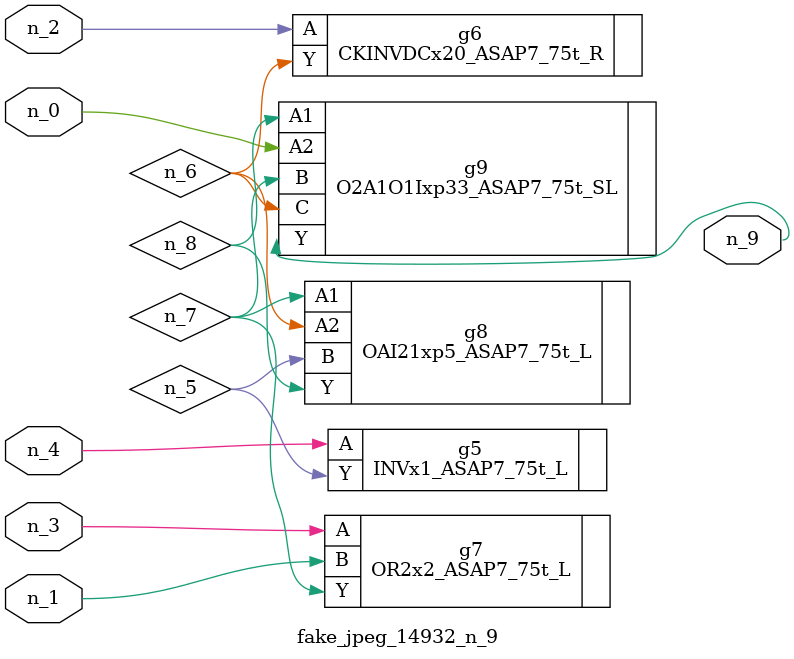
<source format=v>
module fake_jpeg_14932_n_9 (n_3, n_2, n_1, n_0, n_4, n_9);

input n_3;
input n_2;
input n_1;
input n_0;
input n_4;

output n_9;

wire n_8;
wire n_6;
wire n_5;
wire n_7;

INVx1_ASAP7_75t_L g5 ( 
.A(n_4),
.Y(n_5)
);

CKINVDCx20_ASAP7_75t_R g6 ( 
.A(n_2),
.Y(n_6)
);

OR2x2_ASAP7_75t_L g7 ( 
.A(n_3),
.B(n_1),
.Y(n_7)
);

OAI21xp5_ASAP7_75t_L g8 ( 
.A1(n_7),
.A2(n_6),
.B(n_5),
.Y(n_8)
);

O2A1O1Ixp33_ASAP7_75t_SL g9 ( 
.A1(n_8),
.A2(n_0),
.B(n_7),
.C(n_6),
.Y(n_9)
);


endmodule
</source>
